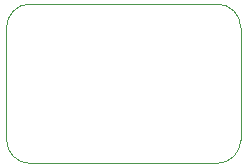
<source format=gbr>
%TF.GenerationSoftware,KiCad,Pcbnew,(6.0.0)*%
%TF.CreationDate,2022-01-09T14:56:00-05:00*%
%TF.ProjectId,QuadOpamp-INA_DIP8_Rg18,51756164-4f70-4616-9d70-2d494e415f44,rev?*%
%TF.SameCoordinates,Original*%
%TF.FileFunction,Profile,NP*%
%FSLAX46Y46*%
G04 Gerber Fmt 4.6, Leading zero omitted, Abs format (unit mm)*
G04 Created by KiCad (PCBNEW (6.0.0)) date 2022-01-09 14:56:00*
%MOMM*%
%LPD*%
G01*
G04 APERTURE LIST*
%TA.AperFunction,Profile*%
%ADD10C,0.100000*%
%TD*%
G04 APERTURE END LIST*
D10*
X116250000Y-83500000D02*
X116250000Y-93000000D01*
X118250000Y-81500000D02*
X134085786Y-81500000D01*
X134085786Y-95000000D02*
G75*
G03*
X136085786Y-93000000I1J1999999D01*
G01*
X118250000Y-81500000D02*
G75*
G03*
X116250000Y-83500000I-1J-1999999D01*
G01*
X136085786Y-93000000D02*
X136085786Y-83500000D01*
X118250000Y-95000000D02*
X134085786Y-95000000D01*
X116250000Y-93000000D02*
G75*
G03*
X118250000Y-95000000I1999999J-1D01*
G01*
X136085786Y-83500000D02*
G75*
G03*
X134085786Y-81500000I-1999999J1D01*
G01*
M02*

</source>
